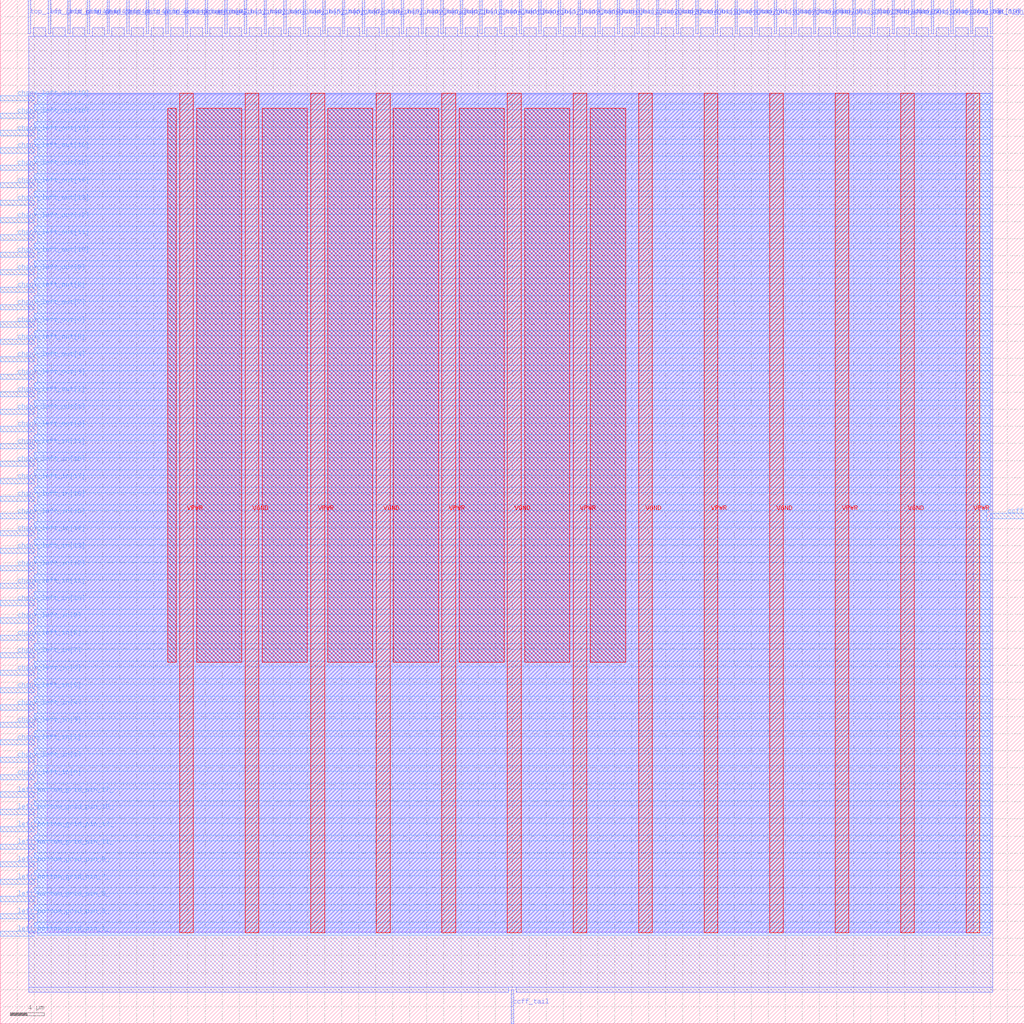
<source format=lef>
VERSION 5.7 ;
  NOWIREEXTENSIONATPIN ON ;
  DIVIDERCHAR "/" ;
  BUSBITCHARS "[]" ;
MACRO sb_2__0_
  CLASS BLOCK ;
  FOREIGN sb_2__0_ ;
  ORIGIN 0.000 0.000 ;
  SIZE 120.000 BY 120.000 ;
  PIN VGND
    DIRECTION INOUT ;
    USE GROUND ;
    PORT
      LAYER met4 ;
        RECT 28.720 10.640 30.320 109.040 ;
    END
    PORT
      LAYER met4 ;
        RECT 44.080 10.640 45.680 109.040 ;
    END
    PORT
      LAYER met4 ;
        RECT 59.440 10.640 61.040 109.040 ;
    END
    PORT
      LAYER met4 ;
        RECT 74.800 10.640 76.400 109.040 ;
    END
    PORT
      LAYER met4 ;
        RECT 90.160 10.640 91.760 109.040 ;
    END
    PORT
      LAYER met4 ;
        RECT 105.520 10.640 107.120 109.040 ;
    END
  END VGND
  PIN VPWR
    DIRECTION INOUT ;
    USE POWER ;
    PORT
      LAYER met4 ;
        RECT 21.040 10.640 22.640 109.040 ;
    END
    PORT
      LAYER met4 ;
        RECT 36.400 10.640 38.000 109.040 ;
    END
    PORT
      LAYER met4 ;
        RECT 51.760 10.640 53.360 109.040 ;
    END
    PORT
      LAYER met4 ;
        RECT 67.120 10.640 68.720 109.040 ;
    END
    PORT
      LAYER met4 ;
        RECT 82.480 10.640 84.080 109.040 ;
    END
    PORT
      LAYER met4 ;
        RECT 97.840 10.640 99.440 109.040 ;
    END
    PORT
      LAYER met4 ;
        RECT 113.200 10.640 114.800 109.040 ;
    END
  END VPWR
  PIN ccff_head
    DIRECTION INPUT ;
    USE SIGNAL ;
    PORT
      LAYER met3 ;
        RECT 116.000 59.200 120.000 59.800 ;
    END
  END ccff_head
  PIN ccff_tail
    DIRECTION OUTPUT TRISTATE ;
    USE SIGNAL ;
    PORT
      LAYER met2 ;
        RECT 59.890 0.000 60.170 4.000 ;
    END
  END ccff_tail
  PIN chanx_left_in[0]
    DIRECTION INPUT ;
    USE SIGNAL ;
    PORT
      LAYER met3 ;
        RECT 0.000 28.600 4.000 29.200 ;
    END
  END chanx_left_in[0]
  PIN chanx_left_in[10]
    DIRECTION INPUT ;
    USE SIGNAL ;
    PORT
      LAYER met3 ;
        RECT 0.000 49.000 4.000 49.600 ;
    END
  END chanx_left_in[10]
  PIN chanx_left_in[11]
    DIRECTION INPUT ;
    USE SIGNAL ;
    PORT
      LAYER met3 ;
        RECT 0.000 51.040 4.000 51.640 ;
    END
  END chanx_left_in[11]
  PIN chanx_left_in[12]
    DIRECTION INPUT ;
    USE SIGNAL ;
    PORT
      LAYER met3 ;
        RECT 0.000 53.080 4.000 53.680 ;
    END
  END chanx_left_in[12]
  PIN chanx_left_in[13]
    DIRECTION INPUT ;
    USE SIGNAL ;
    PORT
      LAYER met3 ;
        RECT 0.000 55.120 4.000 55.720 ;
    END
  END chanx_left_in[13]
  PIN chanx_left_in[14]
    DIRECTION INPUT ;
    USE SIGNAL ;
    PORT
      LAYER met3 ;
        RECT 0.000 57.160 4.000 57.760 ;
    END
  END chanx_left_in[14]
  PIN chanx_left_in[15]
    DIRECTION INPUT ;
    USE SIGNAL ;
    PORT
      LAYER met3 ;
        RECT 0.000 59.200 4.000 59.800 ;
    END
  END chanx_left_in[15]
  PIN chanx_left_in[16]
    DIRECTION INPUT ;
    USE SIGNAL ;
    PORT
      LAYER met3 ;
        RECT 0.000 61.240 4.000 61.840 ;
    END
  END chanx_left_in[16]
  PIN chanx_left_in[17]
    DIRECTION INPUT ;
    USE SIGNAL ;
    PORT
      LAYER met3 ;
        RECT 0.000 63.280 4.000 63.880 ;
    END
  END chanx_left_in[17]
  PIN chanx_left_in[18]
    DIRECTION INPUT ;
    USE SIGNAL ;
    PORT
      LAYER met3 ;
        RECT 0.000 65.320 4.000 65.920 ;
    END
  END chanx_left_in[18]
  PIN chanx_left_in[19]
    DIRECTION INPUT ;
    USE SIGNAL ;
    PORT
      LAYER met3 ;
        RECT 0.000 67.360 4.000 67.960 ;
    END
  END chanx_left_in[19]
  PIN chanx_left_in[1]
    DIRECTION INPUT ;
    USE SIGNAL ;
    PORT
      LAYER met3 ;
        RECT 0.000 30.640 4.000 31.240 ;
    END
  END chanx_left_in[1]
  PIN chanx_left_in[2]
    DIRECTION INPUT ;
    USE SIGNAL ;
    PORT
      LAYER met3 ;
        RECT 0.000 32.680 4.000 33.280 ;
    END
  END chanx_left_in[2]
  PIN chanx_left_in[3]
    DIRECTION INPUT ;
    USE SIGNAL ;
    PORT
      LAYER met3 ;
        RECT 0.000 34.720 4.000 35.320 ;
    END
  END chanx_left_in[3]
  PIN chanx_left_in[4]
    DIRECTION INPUT ;
    USE SIGNAL ;
    PORT
      LAYER met3 ;
        RECT 0.000 36.760 4.000 37.360 ;
    END
  END chanx_left_in[4]
  PIN chanx_left_in[5]
    DIRECTION INPUT ;
    USE SIGNAL ;
    PORT
      LAYER met3 ;
        RECT 0.000 38.800 4.000 39.400 ;
    END
  END chanx_left_in[5]
  PIN chanx_left_in[6]
    DIRECTION INPUT ;
    USE SIGNAL ;
    PORT
      LAYER met3 ;
        RECT 0.000 40.840 4.000 41.440 ;
    END
  END chanx_left_in[6]
  PIN chanx_left_in[7]
    DIRECTION INPUT ;
    USE SIGNAL ;
    PORT
      LAYER met3 ;
        RECT 0.000 42.880 4.000 43.480 ;
    END
  END chanx_left_in[7]
  PIN chanx_left_in[8]
    DIRECTION INPUT ;
    USE SIGNAL ;
    PORT
      LAYER met3 ;
        RECT 0.000 44.920 4.000 45.520 ;
    END
  END chanx_left_in[8]
  PIN chanx_left_in[9]
    DIRECTION INPUT ;
    USE SIGNAL ;
    PORT
      LAYER met3 ;
        RECT 0.000 46.960 4.000 47.560 ;
    END
  END chanx_left_in[9]
  PIN chanx_left_out[0]
    DIRECTION OUTPUT TRISTATE ;
    USE SIGNAL ;
    PORT
      LAYER met3 ;
        RECT 0.000 69.400 4.000 70.000 ;
    END
  END chanx_left_out[0]
  PIN chanx_left_out[10]
    DIRECTION OUTPUT TRISTATE ;
    USE SIGNAL ;
    PORT
      LAYER met3 ;
        RECT 0.000 89.800 4.000 90.400 ;
    END
  END chanx_left_out[10]
  PIN chanx_left_out[11]
    DIRECTION OUTPUT TRISTATE ;
    USE SIGNAL ;
    PORT
      LAYER met3 ;
        RECT 0.000 91.840 4.000 92.440 ;
    END
  END chanx_left_out[11]
  PIN chanx_left_out[12]
    DIRECTION OUTPUT TRISTATE ;
    USE SIGNAL ;
    PORT
      LAYER met3 ;
        RECT 0.000 93.880 4.000 94.480 ;
    END
  END chanx_left_out[12]
  PIN chanx_left_out[13]
    DIRECTION OUTPUT TRISTATE ;
    USE SIGNAL ;
    PORT
      LAYER met3 ;
        RECT 0.000 95.920 4.000 96.520 ;
    END
  END chanx_left_out[13]
  PIN chanx_left_out[14]
    DIRECTION OUTPUT TRISTATE ;
    USE SIGNAL ;
    PORT
      LAYER met3 ;
        RECT 0.000 97.960 4.000 98.560 ;
    END
  END chanx_left_out[14]
  PIN chanx_left_out[15]
    DIRECTION OUTPUT TRISTATE ;
    USE SIGNAL ;
    PORT
      LAYER met3 ;
        RECT 0.000 100.000 4.000 100.600 ;
    END
  END chanx_left_out[15]
  PIN chanx_left_out[16]
    DIRECTION OUTPUT TRISTATE ;
    USE SIGNAL ;
    PORT
      LAYER met3 ;
        RECT 0.000 102.040 4.000 102.640 ;
    END
  END chanx_left_out[16]
  PIN chanx_left_out[17]
    DIRECTION OUTPUT TRISTATE ;
    USE SIGNAL ;
    PORT
      LAYER met3 ;
        RECT 0.000 104.080 4.000 104.680 ;
    END
  END chanx_left_out[17]
  PIN chanx_left_out[18]
    DIRECTION OUTPUT TRISTATE ;
    USE SIGNAL ;
    PORT
      LAYER met3 ;
        RECT 0.000 106.120 4.000 106.720 ;
    END
  END chanx_left_out[18]
  PIN chanx_left_out[19]
    DIRECTION OUTPUT TRISTATE ;
    USE SIGNAL ;
    PORT
      LAYER met3 ;
        RECT 0.000 108.160 4.000 108.760 ;
    END
  END chanx_left_out[19]
  PIN chanx_left_out[1]
    DIRECTION OUTPUT TRISTATE ;
    USE SIGNAL ;
    PORT
      LAYER met3 ;
        RECT 0.000 71.440 4.000 72.040 ;
    END
  END chanx_left_out[1]
  PIN chanx_left_out[2]
    DIRECTION OUTPUT TRISTATE ;
    USE SIGNAL ;
    PORT
      LAYER met3 ;
        RECT 0.000 73.480 4.000 74.080 ;
    END
  END chanx_left_out[2]
  PIN chanx_left_out[3]
    DIRECTION OUTPUT TRISTATE ;
    USE SIGNAL ;
    PORT
      LAYER met3 ;
        RECT 0.000 75.520 4.000 76.120 ;
    END
  END chanx_left_out[3]
  PIN chanx_left_out[4]
    DIRECTION OUTPUT TRISTATE ;
    USE SIGNAL ;
    PORT
      LAYER met3 ;
        RECT 0.000 77.560 4.000 78.160 ;
    END
  END chanx_left_out[4]
  PIN chanx_left_out[5]
    DIRECTION OUTPUT TRISTATE ;
    USE SIGNAL ;
    PORT
      LAYER met3 ;
        RECT 0.000 79.600 4.000 80.200 ;
    END
  END chanx_left_out[5]
  PIN chanx_left_out[6]
    DIRECTION OUTPUT TRISTATE ;
    USE SIGNAL ;
    PORT
      LAYER met3 ;
        RECT 0.000 81.640 4.000 82.240 ;
    END
  END chanx_left_out[6]
  PIN chanx_left_out[7]
    DIRECTION OUTPUT TRISTATE ;
    USE SIGNAL ;
    PORT
      LAYER met3 ;
        RECT 0.000 83.680 4.000 84.280 ;
    END
  END chanx_left_out[7]
  PIN chanx_left_out[8]
    DIRECTION OUTPUT TRISTATE ;
    USE SIGNAL ;
    PORT
      LAYER met3 ;
        RECT 0.000 85.720 4.000 86.320 ;
    END
  END chanx_left_out[8]
  PIN chanx_left_out[9]
    DIRECTION OUTPUT TRISTATE ;
    USE SIGNAL ;
    PORT
      LAYER met3 ;
        RECT 0.000 87.760 4.000 88.360 ;
    END
  END chanx_left_out[9]
  PIN chany_top_in[0]
    DIRECTION INPUT ;
    USE SIGNAL ;
    PORT
      LAYER met2 ;
        RECT 21.710 116.000 21.990 120.000 ;
    END
  END chany_top_in[0]
  PIN chany_top_in[10]
    DIRECTION INPUT ;
    USE SIGNAL ;
    PORT
      LAYER met2 ;
        RECT 44.710 116.000 44.990 120.000 ;
    END
  END chany_top_in[10]
  PIN chany_top_in[11]
    DIRECTION INPUT ;
    USE SIGNAL ;
    PORT
      LAYER met2 ;
        RECT 47.010 116.000 47.290 120.000 ;
    END
  END chany_top_in[11]
  PIN chany_top_in[12]
    DIRECTION INPUT ;
    USE SIGNAL ;
    PORT
      LAYER met2 ;
        RECT 49.310 116.000 49.590 120.000 ;
    END
  END chany_top_in[12]
  PIN chany_top_in[13]
    DIRECTION INPUT ;
    USE SIGNAL ;
    PORT
      LAYER met2 ;
        RECT 51.610 116.000 51.890 120.000 ;
    END
  END chany_top_in[13]
  PIN chany_top_in[14]
    DIRECTION INPUT ;
    USE SIGNAL ;
    PORT
      LAYER met2 ;
        RECT 53.910 116.000 54.190 120.000 ;
    END
  END chany_top_in[14]
  PIN chany_top_in[15]
    DIRECTION INPUT ;
    USE SIGNAL ;
    PORT
      LAYER met2 ;
        RECT 56.210 116.000 56.490 120.000 ;
    END
  END chany_top_in[15]
  PIN chany_top_in[16]
    DIRECTION INPUT ;
    USE SIGNAL ;
    PORT
      LAYER met2 ;
        RECT 58.510 116.000 58.790 120.000 ;
    END
  END chany_top_in[16]
  PIN chany_top_in[17]
    DIRECTION INPUT ;
    USE SIGNAL ;
    PORT
      LAYER met2 ;
        RECT 60.810 116.000 61.090 120.000 ;
    END
  END chany_top_in[17]
  PIN chany_top_in[18]
    DIRECTION INPUT ;
    USE SIGNAL ;
    PORT
      LAYER met2 ;
        RECT 63.110 116.000 63.390 120.000 ;
    END
  END chany_top_in[18]
  PIN chany_top_in[19]
    DIRECTION INPUT ;
    USE SIGNAL ;
    PORT
      LAYER met2 ;
        RECT 65.410 116.000 65.690 120.000 ;
    END
  END chany_top_in[19]
  PIN chany_top_in[1]
    DIRECTION INPUT ;
    USE SIGNAL ;
    PORT
      LAYER met2 ;
        RECT 24.010 116.000 24.290 120.000 ;
    END
  END chany_top_in[1]
  PIN chany_top_in[2]
    DIRECTION INPUT ;
    USE SIGNAL ;
    PORT
      LAYER met2 ;
        RECT 26.310 116.000 26.590 120.000 ;
    END
  END chany_top_in[2]
  PIN chany_top_in[3]
    DIRECTION INPUT ;
    USE SIGNAL ;
    PORT
      LAYER met2 ;
        RECT 28.610 116.000 28.890 120.000 ;
    END
  END chany_top_in[3]
  PIN chany_top_in[4]
    DIRECTION INPUT ;
    USE SIGNAL ;
    PORT
      LAYER met2 ;
        RECT 30.910 116.000 31.190 120.000 ;
    END
  END chany_top_in[4]
  PIN chany_top_in[5]
    DIRECTION INPUT ;
    USE SIGNAL ;
    PORT
      LAYER met2 ;
        RECT 33.210 116.000 33.490 120.000 ;
    END
  END chany_top_in[5]
  PIN chany_top_in[6]
    DIRECTION INPUT ;
    USE SIGNAL ;
    PORT
      LAYER met2 ;
        RECT 35.510 116.000 35.790 120.000 ;
    END
  END chany_top_in[6]
  PIN chany_top_in[7]
    DIRECTION INPUT ;
    USE SIGNAL ;
    PORT
      LAYER met2 ;
        RECT 37.810 116.000 38.090 120.000 ;
    END
  END chany_top_in[7]
  PIN chany_top_in[8]
    DIRECTION INPUT ;
    USE SIGNAL ;
    PORT
      LAYER met2 ;
        RECT 40.110 116.000 40.390 120.000 ;
    END
  END chany_top_in[8]
  PIN chany_top_in[9]
    DIRECTION INPUT ;
    USE SIGNAL ;
    PORT
      LAYER met2 ;
        RECT 42.410 116.000 42.690 120.000 ;
    END
  END chany_top_in[9]
  PIN chany_top_out[0]
    DIRECTION OUTPUT TRISTATE ;
    USE SIGNAL ;
    PORT
      LAYER met2 ;
        RECT 67.710 116.000 67.990 120.000 ;
    END
  END chany_top_out[0]
  PIN chany_top_out[10]
    DIRECTION OUTPUT TRISTATE ;
    USE SIGNAL ;
    PORT
      LAYER met2 ;
        RECT 90.710 116.000 90.990 120.000 ;
    END
  END chany_top_out[10]
  PIN chany_top_out[11]
    DIRECTION OUTPUT TRISTATE ;
    USE SIGNAL ;
    PORT
      LAYER met2 ;
        RECT 93.010 116.000 93.290 120.000 ;
    END
  END chany_top_out[11]
  PIN chany_top_out[12]
    DIRECTION OUTPUT TRISTATE ;
    USE SIGNAL ;
    PORT
      LAYER met2 ;
        RECT 95.310 116.000 95.590 120.000 ;
    END
  END chany_top_out[12]
  PIN chany_top_out[13]
    DIRECTION OUTPUT TRISTATE ;
    USE SIGNAL ;
    PORT
      LAYER met2 ;
        RECT 97.610 116.000 97.890 120.000 ;
    END
  END chany_top_out[13]
  PIN chany_top_out[14]
    DIRECTION OUTPUT TRISTATE ;
    USE SIGNAL ;
    PORT
      LAYER met2 ;
        RECT 99.910 116.000 100.190 120.000 ;
    END
  END chany_top_out[14]
  PIN chany_top_out[15]
    DIRECTION OUTPUT TRISTATE ;
    USE SIGNAL ;
    PORT
      LAYER met2 ;
        RECT 102.210 116.000 102.490 120.000 ;
    END
  END chany_top_out[15]
  PIN chany_top_out[16]
    DIRECTION OUTPUT TRISTATE ;
    USE SIGNAL ;
    PORT
      LAYER met2 ;
        RECT 104.510 116.000 104.790 120.000 ;
    END
  END chany_top_out[16]
  PIN chany_top_out[17]
    DIRECTION OUTPUT TRISTATE ;
    USE SIGNAL ;
    PORT
      LAYER met2 ;
        RECT 106.810 116.000 107.090 120.000 ;
    END
  END chany_top_out[17]
  PIN chany_top_out[18]
    DIRECTION OUTPUT TRISTATE ;
    USE SIGNAL ;
    PORT
      LAYER met2 ;
        RECT 109.110 116.000 109.390 120.000 ;
    END
  END chany_top_out[18]
  PIN chany_top_out[19]
    DIRECTION OUTPUT TRISTATE ;
    USE SIGNAL ;
    PORT
      LAYER met2 ;
        RECT 111.410 116.000 111.690 120.000 ;
    END
  END chany_top_out[19]
  PIN chany_top_out[1]
    DIRECTION OUTPUT TRISTATE ;
    USE SIGNAL ;
    PORT
      LAYER met2 ;
        RECT 70.010 116.000 70.290 120.000 ;
    END
  END chany_top_out[1]
  PIN chany_top_out[2]
    DIRECTION OUTPUT TRISTATE ;
    USE SIGNAL ;
    PORT
      LAYER met2 ;
        RECT 72.310 116.000 72.590 120.000 ;
    END
  END chany_top_out[2]
  PIN chany_top_out[3]
    DIRECTION OUTPUT TRISTATE ;
    USE SIGNAL ;
    PORT
      LAYER met2 ;
        RECT 74.610 116.000 74.890 120.000 ;
    END
  END chany_top_out[3]
  PIN chany_top_out[4]
    DIRECTION OUTPUT TRISTATE ;
    USE SIGNAL ;
    PORT
      LAYER met2 ;
        RECT 76.910 116.000 77.190 120.000 ;
    END
  END chany_top_out[4]
  PIN chany_top_out[5]
    DIRECTION OUTPUT TRISTATE ;
    USE SIGNAL ;
    PORT
      LAYER met2 ;
        RECT 79.210 116.000 79.490 120.000 ;
    END
  END chany_top_out[5]
  PIN chany_top_out[6]
    DIRECTION OUTPUT TRISTATE ;
    USE SIGNAL ;
    PORT
      LAYER met2 ;
        RECT 81.510 116.000 81.790 120.000 ;
    END
  END chany_top_out[6]
  PIN chany_top_out[7]
    DIRECTION OUTPUT TRISTATE ;
    USE SIGNAL ;
    PORT
      LAYER met2 ;
        RECT 83.810 116.000 84.090 120.000 ;
    END
  END chany_top_out[7]
  PIN chany_top_out[8]
    DIRECTION OUTPUT TRISTATE ;
    USE SIGNAL ;
    PORT
      LAYER met2 ;
        RECT 86.110 116.000 86.390 120.000 ;
    END
  END chany_top_out[8]
  PIN chany_top_out[9]
    DIRECTION OUTPUT TRISTATE ;
    USE SIGNAL ;
    PORT
      LAYER met2 ;
        RECT 88.410 116.000 88.690 120.000 ;
    END
  END chany_top_out[9]
  PIN left_bottom_grid_pin_11_
    DIRECTION INPUT ;
    USE SIGNAL ;
    PORT
      LAYER met3 ;
        RECT 0.000 20.440 4.000 21.040 ;
    END
  END left_bottom_grid_pin_11_
  PIN left_bottom_grid_pin_13_
    DIRECTION INPUT ;
    USE SIGNAL ;
    PORT
      LAYER met3 ;
        RECT 0.000 22.480 4.000 23.080 ;
    END
  END left_bottom_grid_pin_13_
  PIN left_bottom_grid_pin_15_
    DIRECTION INPUT ;
    USE SIGNAL ;
    PORT
      LAYER met3 ;
        RECT 0.000 24.520 4.000 25.120 ;
    END
  END left_bottom_grid_pin_15_
  PIN left_bottom_grid_pin_17_
    DIRECTION INPUT ;
    USE SIGNAL ;
    PORT
      LAYER met3 ;
        RECT 0.000 26.560 4.000 27.160 ;
    END
  END left_bottom_grid_pin_17_
  PIN left_bottom_grid_pin_1_
    DIRECTION INPUT ;
    USE SIGNAL ;
    PORT
      LAYER met3 ;
        RECT 0.000 10.240 4.000 10.840 ;
    END
  END left_bottom_grid_pin_1_
  PIN left_bottom_grid_pin_3_
    DIRECTION INPUT ;
    USE SIGNAL ;
    PORT
      LAYER met3 ;
        RECT 0.000 12.280 4.000 12.880 ;
    END
  END left_bottom_grid_pin_3_
  PIN left_bottom_grid_pin_5_
    DIRECTION INPUT ;
    USE SIGNAL ;
    PORT
      LAYER met3 ;
        RECT 0.000 14.320 4.000 14.920 ;
    END
  END left_bottom_grid_pin_5_
  PIN left_bottom_grid_pin_7_
    DIRECTION INPUT ;
    USE SIGNAL ;
    PORT
      LAYER met3 ;
        RECT 0.000 16.360 4.000 16.960 ;
    END
  END left_bottom_grid_pin_7_
  PIN left_bottom_grid_pin_9_
    DIRECTION INPUT ;
    USE SIGNAL ;
    PORT
      LAYER met3 ;
        RECT 0.000 18.400 4.000 19.000 ;
    END
  END left_bottom_grid_pin_9_
  PIN prog_clk_0_N_in
    DIRECTION INPUT ;
    USE SIGNAL ;
    PORT
      LAYER met2 ;
        RECT 113.710 116.000 113.990 120.000 ;
    END
  END prog_clk_0_N_in
  PIN top_left_grid_pin_42_
    DIRECTION INPUT ;
    USE SIGNAL ;
    PORT
      LAYER met2 ;
        RECT 3.310 116.000 3.590 120.000 ;
    END
  END top_left_grid_pin_42_
  PIN top_left_grid_pin_43_
    DIRECTION INPUT ;
    USE SIGNAL ;
    PORT
      LAYER met2 ;
        RECT 5.610 116.000 5.890 120.000 ;
    END
  END top_left_grid_pin_43_
  PIN top_left_grid_pin_44_
    DIRECTION INPUT ;
    USE SIGNAL ;
    PORT
      LAYER met2 ;
        RECT 7.910 116.000 8.190 120.000 ;
    END
  END top_left_grid_pin_44_
  PIN top_left_grid_pin_45_
    DIRECTION INPUT ;
    USE SIGNAL ;
    PORT
      LAYER met2 ;
        RECT 10.210 116.000 10.490 120.000 ;
    END
  END top_left_grid_pin_45_
  PIN top_left_grid_pin_46_
    DIRECTION INPUT ;
    USE SIGNAL ;
    PORT
      LAYER met2 ;
        RECT 12.510 116.000 12.790 120.000 ;
    END
  END top_left_grid_pin_46_
  PIN top_left_grid_pin_47_
    DIRECTION INPUT ;
    USE SIGNAL ;
    PORT
      LAYER met2 ;
        RECT 14.810 116.000 15.090 120.000 ;
    END
  END top_left_grid_pin_47_
  PIN top_left_grid_pin_48_
    DIRECTION INPUT ;
    USE SIGNAL ;
    PORT
      LAYER met2 ;
        RECT 17.110 116.000 17.390 120.000 ;
    END
  END top_left_grid_pin_48_
  PIN top_left_grid_pin_49_
    DIRECTION INPUT ;
    USE SIGNAL ;
    PORT
      LAYER met2 ;
        RECT 19.410 116.000 19.690 120.000 ;
    END
  END top_left_grid_pin_49_
  PIN top_right_grid_pin_1_
    DIRECTION INPUT ;
    USE SIGNAL ;
    PORT
      LAYER met2 ;
        RECT 116.010 116.000 116.290 120.000 ;
    END
  END top_right_grid_pin_1_
  OBS
      LAYER li1 ;
        RECT 5.520 10.795 114.080 108.885 ;
      LAYER met1 ;
        RECT 3.290 10.640 116.310 109.040 ;
      LAYER met2 ;
        RECT 3.870 115.720 5.330 116.690 ;
        RECT 6.170 115.720 7.630 116.690 ;
        RECT 8.470 115.720 9.930 116.690 ;
        RECT 10.770 115.720 12.230 116.690 ;
        RECT 13.070 115.720 14.530 116.690 ;
        RECT 15.370 115.720 16.830 116.690 ;
        RECT 17.670 115.720 19.130 116.690 ;
        RECT 19.970 115.720 21.430 116.690 ;
        RECT 22.270 115.720 23.730 116.690 ;
        RECT 24.570 115.720 26.030 116.690 ;
        RECT 26.870 115.720 28.330 116.690 ;
        RECT 29.170 115.720 30.630 116.690 ;
        RECT 31.470 115.720 32.930 116.690 ;
        RECT 33.770 115.720 35.230 116.690 ;
        RECT 36.070 115.720 37.530 116.690 ;
        RECT 38.370 115.720 39.830 116.690 ;
        RECT 40.670 115.720 42.130 116.690 ;
        RECT 42.970 115.720 44.430 116.690 ;
        RECT 45.270 115.720 46.730 116.690 ;
        RECT 47.570 115.720 49.030 116.690 ;
        RECT 49.870 115.720 51.330 116.690 ;
        RECT 52.170 115.720 53.630 116.690 ;
        RECT 54.470 115.720 55.930 116.690 ;
        RECT 56.770 115.720 58.230 116.690 ;
        RECT 59.070 115.720 60.530 116.690 ;
        RECT 61.370 115.720 62.830 116.690 ;
        RECT 63.670 115.720 65.130 116.690 ;
        RECT 65.970 115.720 67.430 116.690 ;
        RECT 68.270 115.720 69.730 116.690 ;
        RECT 70.570 115.720 72.030 116.690 ;
        RECT 72.870 115.720 74.330 116.690 ;
        RECT 75.170 115.720 76.630 116.690 ;
        RECT 77.470 115.720 78.930 116.690 ;
        RECT 79.770 115.720 81.230 116.690 ;
        RECT 82.070 115.720 83.530 116.690 ;
        RECT 84.370 115.720 85.830 116.690 ;
        RECT 86.670 115.720 88.130 116.690 ;
        RECT 88.970 115.720 90.430 116.690 ;
        RECT 91.270 115.720 92.730 116.690 ;
        RECT 93.570 115.720 95.030 116.690 ;
        RECT 95.870 115.720 97.330 116.690 ;
        RECT 98.170 115.720 99.630 116.690 ;
        RECT 100.470 115.720 101.930 116.690 ;
        RECT 102.770 115.720 104.230 116.690 ;
        RECT 105.070 115.720 106.530 116.690 ;
        RECT 107.370 115.720 108.830 116.690 ;
        RECT 109.670 115.720 111.130 116.690 ;
        RECT 111.970 115.720 113.430 116.690 ;
        RECT 114.270 115.720 115.730 116.690 ;
        RECT 3.320 4.280 116.280 115.720 ;
        RECT 3.320 3.670 59.610 4.280 ;
        RECT 60.450 3.670 116.280 4.280 ;
      LAYER met3 ;
        RECT 4.400 107.760 116.000 108.965 ;
        RECT 4.000 107.120 116.000 107.760 ;
        RECT 4.400 105.720 116.000 107.120 ;
        RECT 4.000 105.080 116.000 105.720 ;
        RECT 4.400 103.680 116.000 105.080 ;
        RECT 4.000 103.040 116.000 103.680 ;
        RECT 4.400 101.640 116.000 103.040 ;
        RECT 4.000 101.000 116.000 101.640 ;
        RECT 4.400 99.600 116.000 101.000 ;
        RECT 4.000 98.960 116.000 99.600 ;
        RECT 4.400 97.560 116.000 98.960 ;
        RECT 4.000 96.920 116.000 97.560 ;
        RECT 4.400 95.520 116.000 96.920 ;
        RECT 4.000 94.880 116.000 95.520 ;
        RECT 4.400 93.480 116.000 94.880 ;
        RECT 4.000 92.840 116.000 93.480 ;
        RECT 4.400 91.440 116.000 92.840 ;
        RECT 4.000 90.800 116.000 91.440 ;
        RECT 4.400 89.400 116.000 90.800 ;
        RECT 4.000 88.760 116.000 89.400 ;
        RECT 4.400 87.360 116.000 88.760 ;
        RECT 4.000 86.720 116.000 87.360 ;
        RECT 4.400 85.320 116.000 86.720 ;
        RECT 4.000 84.680 116.000 85.320 ;
        RECT 4.400 83.280 116.000 84.680 ;
        RECT 4.000 82.640 116.000 83.280 ;
        RECT 4.400 81.240 116.000 82.640 ;
        RECT 4.000 80.600 116.000 81.240 ;
        RECT 4.400 79.200 116.000 80.600 ;
        RECT 4.000 78.560 116.000 79.200 ;
        RECT 4.400 77.160 116.000 78.560 ;
        RECT 4.000 76.520 116.000 77.160 ;
        RECT 4.400 75.120 116.000 76.520 ;
        RECT 4.000 74.480 116.000 75.120 ;
        RECT 4.400 73.080 116.000 74.480 ;
        RECT 4.000 72.440 116.000 73.080 ;
        RECT 4.400 71.040 116.000 72.440 ;
        RECT 4.000 70.400 116.000 71.040 ;
        RECT 4.400 69.000 116.000 70.400 ;
        RECT 4.000 68.360 116.000 69.000 ;
        RECT 4.400 66.960 116.000 68.360 ;
        RECT 4.000 66.320 116.000 66.960 ;
        RECT 4.400 64.920 116.000 66.320 ;
        RECT 4.000 64.280 116.000 64.920 ;
        RECT 4.400 62.880 116.000 64.280 ;
        RECT 4.000 62.240 116.000 62.880 ;
        RECT 4.400 60.840 116.000 62.240 ;
        RECT 4.000 60.200 116.000 60.840 ;
        RECT 4.400 58.800 115.600 60.200 ;
        RECT 4.000 58.160 116.000 58.800 ;
        RECT 4.400 56.760 116.000 58.160 ;
        RECT 4.000 56.120 116.000 56.760 ;
        RECT 4.400 54.720 116.000 56.120 ;
        RECT 4.000 54.080 116.000 54.720 ;
        RECT 4.400 52.680 116.000 54.080 ;
        RECT 4.000 52.040 116.000 52.680 ;
        RECT 4.400 50.640 116.000 52.040 ;
        RECT 4.000 50.000 116.000 50.640 ;
        RECT 4.400 48.600 116.000 50.000 ;
        RECT 4.000 47.960 116.000 48.600 ;
        RECT 4.400 46.560 116.000 47.960 ;
        RECT 4.000 45.920 116.000 46.560 ;
        RECT 4.400 44.520 116.000 45.920 ;
        RECT 4.000 43.880 116.000 44.520 ;
        RECT 4.400 42.480 116.000 43.880 ;
        RECT 4.000 41.840 116.000 42.480 ;
        RECT 4.400 40.440 116.000 41.840 ;
        RECT 4.000 39.800 116.000 40.440 ;
        RECT 4.400 38.400 116.000 39.800 ;
        RECT 4.000 37.760 116.000 38.400 ;
        RECT 4.400 36.360 116.000 37.760 ;
        RECT 4.000 35.720 116.000 36.360 ;
        RECT 4.400 34.320 116.000 35.720 ;
        RECT 4.000 33.680 116.000 34.320 ;
        RECT 4.400 32.280 116.000 33.680 ;
        RECT 4.000 31.640 116.000 32.280 ;
        RECT 4.400 30.240 116.000 31.640 ;
        RECT 4.000 29.600 116.000 30.240 ;
        RECT 4.400 28.200 116.000 29.600 ;
        RECT 4.000 27.560 116.000 28.200 ;
        RECT 4.400 26.160 116.000 27.560 ;
        RECT 4.000 25.520 116.000 26.160 ;
        RECT 4.400 24.120 116.000 25.520 ;
        RECT 4.000 23.480 116.000 24.120 ;
        RECT 4.400 22.080 116.000 23.480 ;
        RECT 4.000 21.440 116.000 22.080 ;
        RECT 4.400 20.040 116.000 21.440 ;
        RECT 4.000 19.400 116.000 20.040 ;
        RECT 4.400 18.000 116.000 19.400 ;
        RECT 4.000 17.360 116.000 18.000 ;
        RECT 4.400 15.960 116.000 17.360 ;
        RECT 4.000 15.320 116.000 15.960 ;
        RECT 4.400 13.920 116.000 15.320 ;
        RECT 4.000 13.280 116.000 13.920 ;
        RECT 4.400 11.880 116.000 13.280 ;
        RECT 4.000 11.240 116.000 11.880 ;
        RECT 4.400 10.375 116.000 11.240 ;
      LAYER met4 ;
        RECT 19.615 42.335 20.640 107.265 ;
        RECT 23.040 42.335 28.320 107.265 ;
        RECT 30.720 42.335 36.000 107.265 ;
        RECT 38.400 42.335 43.680 107.265 ;
        RECT 46.080 42.335 51.360 107.265 ;
        RECT 53.760 42.335 59.040 107.265 ;
        RECT 61.440 42.335 66.720 107.265 ;
        RECT 69.120 42.335 73.305 107.265 ;
  END
END sb_2__0_
END LIBRARY


</source>
